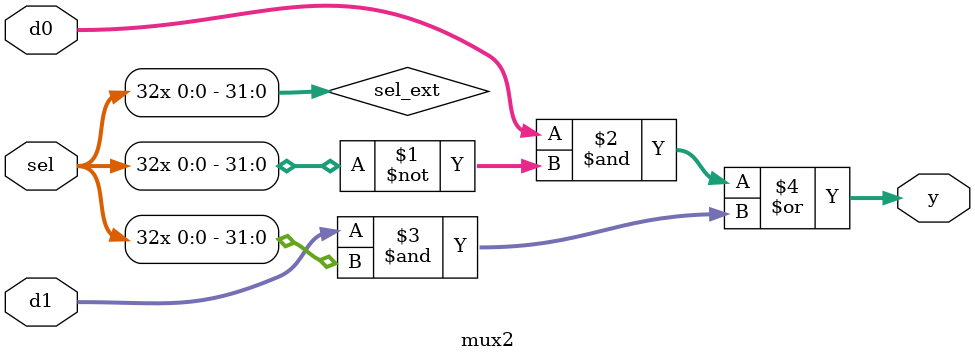
<source format=v>
`timescale 1ns / 1ps


// 2:1 multiplexer (32-bit) using gate-level logic
module mux2(d0, d1, sel, y);
 input  [31:0] d0, d1;
 input         sel;
 output [31:0] y;
 wire   [31:0] sel_ext = {32{sel}};
 assign y = (d0 & ~sel_ext) | (d1 & sel_ext);
endmodule

</source>
